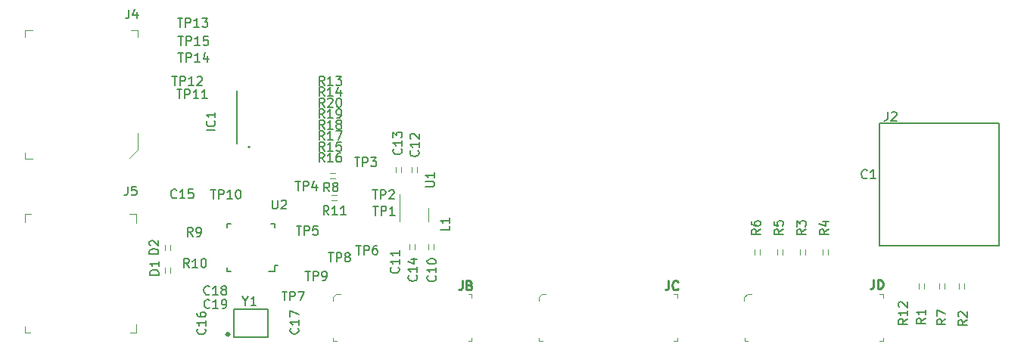
<source format=gbr>
G04 #@! TF.GenerationSoftware,KiCad,Pcbnew,5.1.5+dfsg1-2~bpo10+1*
G04 #@! TF.CreationDate,2020-02-13T18:12:40+01:00*
G04 #@! TF.ProjectId,arty-a7-expansion,61727479-2d61-4372-9d65-7870616e7369,rev?*
G04 #@! TF.SameCoordinates,Original*
G04 #@! TF.FileFunction,Legend,Top*
G04 #@! TF.FilePolarity,Positive*
%FSLAX46Y46*%
G04 Gerber Fmt 4.6, Leading zero omitted, Abs format (unit mm)*
G04 Created by KiCad (PCBNEW 5.1.5+dfsg1-2~bpo10+1) date 2020-02-13 18:12:40*
%MOMM*%
%LPD*%
G04 APERTURE LIST*
%ADD10C,0.250000*%
%ADD11C,0.100000*%
%ADD12C,0.150000*%
%ADD13C,0.200000*%
%ADD14C,0.120000*%
%ADD15C,0.400000*%
G04 APERTURE END LIST*
D10*
X186714098Y-115201089D02*
X186714098Y-115915375D01*
X186666479Y-116058232D01*
X186571241Y-116153470D01*
X186428383Y-116201089D01*
X186333145Y-116201089D01*
X187190288Y-116201089D02*
X187190288Y-115201089D01*
X187428383Y-115201089D01*
X187571241Y-115248709D01*
X187666479Y-115343947D01*
X187714098Y-115439185D01*
X187761717Y-115629661D01*
X187761717Y-115772518D01*
X187714098Y-115962994D01*
X187666479Y-116058232D01*
X187571241Y-116153470D01*
X187428383Y-116201089D01*
X187190288Y-116201089D01*
X163754098Y-115311089D02*
X163754098Y-116025375D01*
X163706479Y-116168232D01*
X163611241Y-116263470D01*
X163468383Y-116311089D01*
X163373145Y-116311089D01*
X164801717Y-116215851D02*
X164754098Y-116263470D01*
X164611241Y-116311089D01*
X164516002Y-116311089D01*
X164373145Y-116263470D01*
X164277907Y-116168232D01*
X164230288Y-116072994D01*
X164182669Y-115882518D01*
X164182669Y-115739661D01*
X164230288Y-115549185D01*
X164277907Y-115453947D01*
X164373145Y-115358709D01*
X164516002Y-115311089D01*
X164611241Y-115311089D01*
X164754098Y-115358709D01*
X164801717Y-115406328D01*
X140684098Y-115311089D02*
X140684098Y-116025375D01*
X140636479Y-116168232D01*
X140541241Y-116263470D01*
X140398383Y-116311089D01*
X140303145Y-116311089D01*
X141493621Y-115787280D02*
X141636479Y-115834899D01*
X141684098Y-115882518D01*
X141731717Y-115977756D01*
X141731717Y-116120613D01*
X141684098Y-116215851D01*
X141636479Y-116263470D01*
X141541241Y-116311089D01*
X141160288Y-116311089D01*
X141160288Y-115311089D01*
X141493621Y-115311089D01*
X141588860Y-115358709D01*
X141636479Y-115406328D01*
X141684098Y-115501566D01*
X141684098Y-115596804D01*
X141636479Y-115692042D01*
X141588860Y-115739661D01*
X141493621Y-115787280D01*
X141160288Y-115787280D01*
D11*
X104401241Y-87278709D02*
X104401241Y-87978709D01*
X103651241Y-87278709D02*
X104401241Y-87278709D01*
X104401241Y-100628709D02*
X103451241Y-101578709D01*
X104401241Y-98728709D02*
X104401241Y-100628709D01*
X91801241Y-87278709D02*
X92651241Y-87278709D01*
X91801241Y-87978709D02*
X91801241Y-87278709D01*
X91801241Y-101678709D02*
X91801241Y-100978709D01*
X92651241Y-101678709D02*
X91801241Y-101678709D01*
D12*
X115451241Y-94028709D02*
X115451241Y-99978709D01*
D13*
X116951241Y-100328709D02*
G75*
G03X116951241Y-100328709I-100000J0D01*
G01*
D11*
X149251241Y-122078709D02*
X149251241Y-121678709D01*
X149251241Y-122078709D02*
X149651241Y-122078709D01*
X149241241Y-117138709D02*
X149241241Y-117568709D01*
X149601241Y-116778709D02*
X150051241Y-116778709D01*
X164751241Y-116778709D02*
X164351241Y-116778709D01*
X164751241Y-116778709D02*
X164751241Y-117178709D01*
X164751241Y-122078709D02*
X164751241Y-121678709D01*
X164751241Y-122078709D02*
X164351241Y-122078709D01*
X149601241Y-116778709D02*
X149241241Y-117138709D01*
X172251241Y-122078709D02*
X172251241Y-121678709D01*
X172251241Y-122078709D02*
X172651241Y-122078709D01*
X172241241Y-117138709D02*
X172241241Y-117568709D01*
X172601241Y-116778709D02*
X173051241Y-116778709D01*
X187751241Y-116778709D02*
X187351241Y-116778709D01*
X187751241Y-116778709D02*
X187751241Y-117178709D01*
X187751241Y-122078709D02*
X187751241Y-121678709D01*
X187751241Y-122078709D02*
X187351241Y-122078709D01*
X172601241Y-116778709D02*
X172241241Y-117138709D01*
X126251241Y-122078709D02*
X126251241Y-121678709D01*
X126251241Y-122078709D02*
X126651241Y-122078709D01*
X126241241Y-117138709D02*
X126241241Y-117568709D01*
X126601241Y-116778709D02*
X127051241Y-116778709D01*
X141751241Y-116778709D02*
X141351241Y-116778709D01*
X141751241Y-116778709D02*
X141751241Y-117178709D01*
X141751241Y-122078709D02*
X141751241Y-121678709D01*
X141751241Y-122078709D02*
X141351241Y-122078709D01*
X126601241Y-116778709D02*
X126241241Y-117138709D01*
X104236241Y-121153709D02*
X103511241Y-121153709D01*
X104236241Y-120203709D02*
X104236241Y-121153709D01*
X104236241Y-107803709D02*
X103436241Y-107803709D01*
X104236241Y-108828709D02*
X104236241Y-107803709D01*
X91756241Y-121153709D02*
X91756241Y-120453709D01*
X92406241Y-121153709D02*
X91756241Y-121153709D01*
X91756241Y-107803709D02*
X92431241Y-107803709D01*
X91756241Y-108778709D02*
X91756241Y-107803709D01*
D14*
X135381991Y-111217709D02*
X135381991Y-111817709D01*
X134781991Y-111217709D02*
X134781991Y-111817709D01*
X107438241Y-111281209D02*
X107438241Y-111881209D01*
X108038241Y-111281209D02*
X108038241Y-111881209D01*
X107428000Y-114461500D02*
X107428000Y-113861500D01*
X108028000Y-114461500D02*
X108028000Y-113861500D01*
X137502241Y-111217709D02*
X137502241Y-111817709D01*
X136902241Y-111217709D02*
X136902241Y-111817709D01*
X135053241Y-103178709D02*
X135053241Y-102578709D01*
X135653241Y-103178709D02*
X135653241Y-102578709D01*
X133233241Y-103178709D02*
X133233241Y-102578709D01*
X133833241Y-103178709D02*
X133833241Y-102578709D01*
X125911241Y-103280209D02*
X126511241Y-103280209D01*
X125911241Y-103880209D02*
X126511241Y-103880209D01*
X126628241Y-106319209D02*
X126028241Y-106319209D01*
X126628241Y-105719209D02*
X126028241Y-105719209D01*
D15*
X114563741Y-121308709D02*
G75*
G03X114563741Y-121308709I-100000J0D01*
G01*
D12*
X118963741Y-121608709D02*
X115163741Y-121608709D01*
X118963741Y-118508709D02*
X118963741Y-121608709D01*
X115163741Y-118508709D02*
X118963741Y-118508709D01*
X115163741Y-121608709D02*
X115163741Y-118508709D01*
X114391241Y-108918709D02*
X114391241Y-109318709D01*
X114791241Y-108918709D02*
X114391241Y-108918709D01*
X119691241Y-108918709D02*
X119691241Y-109318709D01*
X119291241Y-108918709D02*
X119691241Y-108918709D01*
X114391241Y-114218709D02*
X114391241Y-113818709D01*
X114791241Y-114218709D02*
X114391241Y-114218709D01*
X119691241Y-113568709D02*
X120091241Y-113568709D01*
X119691241Y-114218709D02*
X119691241Y-113568709D01*
X119041241Y-114218709D02*
X119691241Y-114218709D01*
D14*
X133693241Y-105648709D02*
X133693241Y-108648709D01*
X136913241Y-107148709D02*
X136913241Y-108648709D01*
X194624575Y-115582012D02*
X194624575Y-116182012D01*
X194024575Y-115582012D02*
X194024575Y-116182012D01*
X173961031Y-111778709D02*
X173961031Y-112378709D01*
X173361031Y-111778709D02*
X173361031Y-112378709D01*
X176497769Y-111778709D02*
X176497769Y-112378709D01*
X175897769Y-111778709D02*
X175897769Y-112378709D01*
X181571241Y-111778709D02*
X181571241Y-112378709D01*
X180971241Y-111778709D02*
X180971241Y-112378709D01*
X179034505Y-111778709D02*
X179034505Y-112378709D01*
X178434505Y-111778709D02*
X178434505Y-112378709D01*
X196871241Y-115582012D02*
X196871241Y-116182012D01*
X196271241Y-115582012D02*
X196271241Y-116182012D01*
X192377909Y-115582012D02*
X192377909Y-116182012D01*
X191777909Y-115582012D02*
X191777909Y-116182012D01*
D12*
X187371241Y-111403709D02*
X200731241Y-111403709D01*
X187371241Y-97663709D02*
X187371241Y-111403709D01*
X200731241Y-97663709D02*
X187371241Y-97663709D01*
X200731241Y-111403709D02*
X200731241Y-97663709D01*
X103397907Y-84921089D02*
X103397907Y-85635375D01*
X103350288Y-85778232D01*
X103255050Y-85873470D01*
X103112193Y-85921089D01*
X103016955Y-85921089D01*
X104302669Y-85254423D02*
X104302669Y-85921089D01*
X104064574Y-84873470D02*
X103826479Y-85587756D01*
X104445526Y-85587756D01*
X113053621Y-98454899D02*
X112053621Y-98454899D01*
X112958383Y-97407280D02*
X113006002Y-97454899D01*
X113053621Y-97597756D01*
X113053621Y-97692994D01*
X113006002Y-97835851D01*
X112910764Y-97931089D01*
X112815526Y-97978709D01*
X112625050Y-98026328D01*
X112482193Y-98026328D01*
X112291717Y-97978709D01*
X112196479Y-97931089D01*
X112101241Y-97835851D01*
X112053621Y-97692994D01*
X112053621Y-97597756D01*
X112101241Y-97454899D01*
X112148860Y-97407280D01*
X113053621Y-96454899D02*
X113053621Y-97026328D01*
X113053621Y-96740613D02*
X112053621Y-96740613D01*
X112196479Y-96835851D01*
X112291717Y-96931089D01*
X112339336Y-97026328D01*
X125263384Y-97086802D02*
X124930051Y-96610612D01*
X124691956Y-97086802D02*
X124691956Y-96086802D01*
X125072908Y-96086802D01*
X125168146Y-96134422D01*
X125215765Y-96182041D01*
X125263384Y-96277279D01*
X125263384Y-96420136D01*
X125215765Y-96515374D01*
X125168146Y-96562993D01*
X125072908Y-96610612D01*
X124691956Y-96610612D01*
X126215765Y-97086802D02*
X125644337Y-97086802D01*
X125930051Y-97086802D02*
X125930051Y-96086802D01*
X125834813Y-96229660D01*
X125739575Y-96324898D01*
X125644337Y-96372517D01*
X126691956Y-97086802D02*
X126882432Y-97086802D01*
X126977670Y-97039183D01*
X127025289Y-96991564D01*
X127120527Y-96848707D01*
X127168146Y-96658231D01*
X127168146Y-96277279D01*
X127120527Y-96182041D01*
X127072908Y-96134422D01*
X126977670Y-96086802D01*
X126787194Y-96086802D01*
X126691956Y-96134422D01*
X126644337Y-96182041D01*
X126596718Y-96277279D01*
X126596718Y-96515374D01*
X126644337Y-96610612D01*
X126691956Y-96658231D01*
X126787194Y-96705850D01*
X126977670Y-96705850D01*
X127072908Y-96658231D01*
X127120527Y-96610612D01*
X127168146Y-96515374D01*
X125263384Y-93401089D02*
X124930051Y-92924899D01*
X124691956Y-93401089D02*
X124691956Y-92401089D01*
X125072908Y-92401089D01*
X125168146Y-92448709D01*
X125215765Y-92496328D01*
X125263384Y-92591566D01*
X125263384Y-92734423D01*
X125215765Y-92829661D01*
X125168146Y-92877280D01*
X125072908Y-92924899D01*
X124691956Y-92924899D01*
X126215765Y-93401089D02*
X125644337Y-93401089D01*
X125930051Y-93401089D02*
X125930051Y-92401089D01*
X125834813Y-92543947D01*
X125739575Y-92639185D01*
X125644337Y-92686804D01*
X126549099Y-92401089D02*
X127168146Y-92401089D01*
X126834813Y-92782042D01*
X126977670Y-92782042D01*
X127072908Y-92829661D01*
X127120527Y-92877280D01*
X127168146Y-92972518D01*
X127168146Y-93210613D01*
X127120527Y-93305851D01*
X127072908Y-93353470D01*
X126977670Y-93401089D01*
X126691956Y-93401089D01*
X126596718Y-93353470D01*
X126549099Y-93305851D01*
X125263384Y-100772515D02*
X124930051Y-100296325D01*
X124691956Y-100772515D02*
X124691956Y-99772515D01*
X125072908Y-99772515D01*
X125168146Y-99820135D01*
X125215765Y-99867754D01*
X125263384Y-99962992D01*
X125263384Y-100105849D01*
X125215765Y-100201087D01*
X125168146Y-100248706D01*
X125072908Y-100296325D01*
X124691956Y-100296325D01*
X126215765Y-100772515D02*
X125644337Y-100772515D01*
X125930051Y-100772515D02*
X125930051Y-99772515D01*
X125834813Y-99915373D01*
X125739575Y-100010611D01*
X125644337Y-100058230D01*
X127120527Y-99772515D02*
X126644337Y-99772515D01*
X126596718Y-100248706D01*
X126644337Y-100201087D01*
X126739575Y-100153468D01*
X126977670Y-100153468D01*
X127072908Y-100201087D01*
X127120527Y-100248706D01*
X127168146Y-100343944D01*
X127168146Y-100582039D01*
X127120527Y-100677277D01*
X127072908Y-100724896D01*
X126977670Y-100772515D01*
X126739575Y-100772515D01*
X126644337Y-100724896D01*
X126596718Y-100677277D01*
X125263384Y-102001089D02*
X124930051Y-101524899D01*
X124691956Y-102001089D02*
X124691956Y-101001089D01*
X125072908Y-101001089D01*
X125168146Y-101048709D01*
X125215765Y-101096328D01*
X125263384Y-101191566D01*
X125263384Y-101334423D01*
X125215765Y-101429661D01*
X125168146Y-101477280D01*
X125072908Y-101524899D01*
X124691956Y-101524899D01*
X126215765Y-102001089D02*
X125644337Y-102001089D01*
X125930051Y-102001089D02*
X125930051Y-101001089D01*
X125834813Y-101143947D01*
X125739575Y-101239185D01*
X125644337Y-101286804D01*
X127072908Y-101001089D02*
X126882432Y-101001089D01*
X126787194Y-101048709D01*
X126739575Y-101096328D01*
X126644337Y-101239185D01*
X126596718Y-101429661D01*
X126596718Y-101810613D01*
X126644337Y-101905851D01*
X126691956Y-101953470D01*
X126787194Y-102001089D01*
X126977670Y-102001089D01*
X127072908Y-101953470D01*
X127120527Y-101905851D01*
X127168146Y-101810613D01*
X127168146Y-101572518D01*
X127120527Y-101477280D01*
X127072908Y-101429661D01*
X126977670Y-101382042D01*
X126787194Y-101382042D01*
X126691956Y-101429661D01*
X126644337Y-101477280D01*
X126596718Y-101572518D01*
X125263384Y-99543944D02*
X124930051Y-99067754D01*
X124691956Y-99543944D02*
X124691956Y-98543944D01*
X125072908Y-98543944D01*
X125168146Y-98591564D01*
X125215765Y-98639183D01*
X125263384Y-98734421D01*
X125263384Y-98877278D01*
X125215765Y-98972516D01*
X125168146Y-99020135D01*
X125072908Y-99067754D01*
X124691956Y-99067754D01*
X126215765Y-99543944D02*
X125644337Y-99543944D01*
X125930051Y-99543944D02*
X125930051Y-98543944D01*
X125834813Y-98686802D01*
X125739575Y-98782040D01*
X125644337Y-98829659D01*
X126549099Y-98543944D02*
X127215765Y-98543944D01*
X126787194Y-99543944D01*
X125263384Y-95858231D02*
X124930051Y-95382041D01*
X124691956Y-95858231D02*
X124691956Y-94858231D01*
X125072908Y-94858231D01*
X125168146Y-94905851D01*
X125215765Y-94953470D01*
X125263384Y-95048708D01*
X125263384Y-95191565D01*
X125215765Y-95286803D01*
X125168146Y-95334422D01*
X125072908Y-95382041D01*
X124691956Y-95382041D01*
X125644337Y-94953470D02*
X125691956Y-94905851D01*
X125787194Y-94858231D01*
X126025289Y-94858231D01*
X126120527Y-94905851D01*
X126168146Y-94953470D01*
X126215765Y-95048708D01*
X126215765Y-95143946D01*
X126168146Y-95286803D01*
X125596718Y-95858231D01*
X126215765Y-95858231D01*
X126834813Y-94858231D02*
X126930051Y-94858231D01*
X127025289Y-94905851D01*
X127072908Y-94953470D01*
X127120527Y-95048708D01*
X127168146Y-95239184D01*
X127168146Y-95477279D01*
X127120527Y-95667755D01*
X127072908Y-95762993D01*
X127025289Y-95810612D01*
X126930051Y-95858231D01*
X126834813Y-95858231D01*
X126739575Y-95810612D01*
X126691956Y-95762993D01*
X126644337Y-95667755D01*
X126596718Y-95477279D01*
X126596718Y-95239184D01*
X126644337Y-95048708D01*
X126691956Y-94953470D01*
X126739575Y-94905851D01*
X126834813Y-94858231D01*
X125263384Y-98315373D02*
X124930051Y-97839183D01*
X124691956Y-98315373D02*
X124691956Y-97315373D01*
X125072908Y-97315373D01*
X125168146Y-97362993D01*
X125215765Y-97410612D01*
X125263384Y-97505850D01*
X125263384Y-97648707D01*
X125215765Y-97743945D01*
X125168146Y-97791564D01*
X125072908Y-97839183D01*
X124691956Y-97839183D01*
X126215765Y-98315373D02*
X125644337Y-98315373D01*
X125930051Y-98315373D02*
X125930051Y-97315373D01*
X125834813Y-97458231D01*
X125739575Y-97553469D01*
X125644337Y-97601088D01*
X126787194Y-97743945D02*
X126691956Y-97696326D01*
X126644337Y-97648707D01*
X126596718Y-97553469D01*
X126596718Y-97505850D01*
X126644337Y-97410612D01*
X126691956Y-97362993D01*
X126787194Y-97315373D01*
X126977670Y-97315373D01*
X127072908Y-97362993D01*
X127120527Y-97410612D01*
X127168146Y-97505850D01*
X127168146Y-97553469D01*
X127120527Y-97648707D01*
X127072908Y-97696326D01*
X126977670Y-97743945D01*
X126787194Y-97743945D01*
X126691956Y-97791564D01*
X126644337Y-97839183D01*
X126596718Y-97934421D01*
X126596718Y-98124897D01*
X126644337Y-98220135D01*
X126691956Y-98267754D01*
X126787194Y-98315373D01*
X126977670Y-98315373D01*
X127072908Y-98267754D01*
X127120527Y-98220135D01*
X127168146Y-98124897D01*
X127168146Y-97934421D01*
X127120527Y-97839183D01*
X127072908Y-97791564D01*
X126977670Y-97743945D01*
X125263384Y-94629660D02*
X124930051Y-94153470D01*
X124691956Y-94629660D02*
X124691956Y-93629660D01*
X125072908Y-93629660D01*
X125168146Y-93677280D01*
X125215765Y-93724899D01*
X125263384Y-93820137D01*
X125263384Y-93962994D01*
X125215765Y-94058232D01*
X125168146Y-94105851D01*
X125072908Y-94153470D01*
X124691956Y-94153470D01*
X126215765Y-94629660D02*
X125644337Y-94629660D01*
X125930051Y-94629660D02*
X125930051Y-93629660D01*
X125834813Y-93772518D01*
X125739575Y-93867756D01*
X125644337Y-93915375D01*
X127072908Y-93962994D02*
X127072908Y-94629660D01*
X126834813Y-93582041D02*
X126596718Y-94296327D01*
X127215765Y-94296327D01*
X108763145Y-93881889D02*
X109334574Y-93881889D01*
X109048860Y-94881889D02*
X109048860Y-93881889D01*
X109667907Y-94881889D02*
X109667907Y-93881889D01*
X110048860Y-93881889D01*
X110144098Y-93929509D01*
X110191717Y-93977128D01*
X110239336Y-94072366D01*
X110239336Y-94215223D01*
X110191717Y-94310461D01*
X110144098Y-94358080D01*
X110048860Y-94405699D01*
X109667907Y-94405699D01*
X111191717Y-94881889D02*
X110620288Y-94881889D01*
X110906002Y-94881889D02*
X110906002Y-93881889D01*
X110810764Y-94024747D01*
X110715526Y-94119985D01*
X110620288Y-94167604D01*
X112144098Y-94881889D02*
X111572669Y-94881889D01*
X111858383Y-94881889D02*
X111858383Y-93881889D01*
X111763145Y-94024747D01*
X111667907Y-94119985D01*
X111572669Y-94167604D01*
X108233145Y-92411089D02*
X108804574Y-92411089D01*
X108518860Y-93411089D02*
X108518860Y-92411089D01*
X109137907Y-93411089D02*
X109137907Y-92411089D01*
X109518860Y-92411089D01*
X109614098Y-92458709D01*
X109661717Y-92506328D01*
X109709336Y-92601566D01*
X109709336Y-92744423D01*
X109661717Y-92839661D01*
X109614098Y-92887280D01*
X109518860Y-92934899D01*
X109137907Y-92934899D01*
X110661717Y-93411089D02*
X110090288Y-93411089D01*
X110376002Y-93411089D02*
X110376002Y-92411089D01*
X110280764Y-92553947D01*
X110185526Y-92649185D01*
X110090288Y-92696804D01*
X111042669Y-92506328D02*
X111090288Y-92458709D01*
X111185526Y-92411089D01*
X111423621Y-92411089D01*
X111518860Y-92458709D01*
X111566479Y-92506328D01*
X111614098Y-92601566D01*
X111614098Y-92696804D01*
X111566479Y-92839661D01*
X110995050Y-93411089D01*
X111614098Y-93411089D01*
X108913145Y-89786689D02*
X109484574Y-89786689D01*
X109198860Y-90786689D02*
X109198860Y-89786689D01*
X109817907Y-90786689D02*
X109817907Y-89786689D01*
X110198860Y-89786689D01*
X110294098Y-89834309D01*
X110341717Y-89881928D01*
X110389336Y-89977166D01*
X110389336Y-90120023D01*
X110341717Y-90215261D01*
X110294098Y-90262880D01*
X110198860Y-90310499D01*
X109817907Y-90310499D01*
X111341717Y-90786689D02*
X110770288Y-90786689D01*
X111056002Y-90786689D02*
X111056002Y-89786689D01*
X110960764Y-89929547D01*
X110865526Y-90024785D01*
X110770288Y-90072404D01*
X112198860Y-90120023D02*
X112198860Y-90786689D01*
X111960764Y-89739070D02*
X111722669Y-90453356D01*
X112341717Y-90453356D01*
X108913145Y-87931089D02*
X109484574Y-87931089D01*
X109198860Y-88931089D02*
X109198860Y-87931089D01*
X109817907Y-88931089D02*
X109817907Y-87931089D01*
X110198860Y-87931089D01*
X110294098Y-87978709D01*
X110341717Y-88026328D01*
X110389336Y-88121566D01*
X110389336Y-88264423D01*
X110341717Y-88359661D01*
X110294098Y-88407280D01*
X110198860Y-88454899D01*
X109817907Y-88454899D01*
X111341717Y-88931089D02*
X110770288Y-88931089D01*
X111056002Y-88931089D02*
X111056002Y-87931089D01*
X110960764Y-88073947D01*
X110865526Y-88169185D01*
X110770288Y-88216804D01*
X112246479Y-87931089D02*
X111770288Y-87931089D01*
X111722669Y-88407280D01*
X111770288Y-88359661D01*
X111865526Y-88312042D01*
X112103621Y-88312042D01*
X112198860Y-88359661D01*
X112246479Y-88407280D01*
X112294098Y-88502518D01*
X112294098Y-88740613D01*
X112246479Y-88835851D01*
X112198860Y-88883470D01*
X112103621Y-88931089D01*
X111865526Y-88931089D01*
X111770288Y-88883470D01*
X111722669Y-88835851D01*
X108833145Y-85901889D02*
X109404574Y-85901889D01*
X109118860Y-86901889D02*
X109118860Y-85901889D01*
X109737907Y-86901889D02*
X109737907Y-85901889D01*
X110118860Y-85901889D01*
X110214098Y-85949509D01*
X110261717Y-85997128D01*
X110309336Y-86092366D01*
X110309336Y-86235223D01*
X110261717Y-86330461D01*
X110214098Y-86378080D01*
X110118860Y-86425699D01*
X109737907Y-86425699D01*
X111261717Y-86901889D02*
X110690288Y-86901889D01*
X110976002Y-86901889D02*
X110976002Y-85901889D01*
X110880764Y-86044747D01*
X110785526Y-86139985D01*
X110690288Y-86187604D01*
X111595050Y-85901889D02*
X112214098Y-85901889D01*
X111880764Y-86282842D01*
X112023621Y-86282842D01*
X112118860Y-86330461D01*
X112166479Y-86378080D01*
X112214098Y-86473318D01*
X112214098Y-86711413D01*
X112166479Y-86806651D01*
X112118860Y-86854270D01*
X112023621Y-86901889D01*
X111737907Y-86901889D01*
X111642669Y-86854270D01*
X111595050Y-86806651D01*
X103267907Y-104741089D02*
X103267907Y-105455375D01*
X103220288Y-105598232D01*
X103125050Y-105693470D01*
X102982193Y-105741089D01*
X102886955Y-105741089D01*
X104220288Y-104741089D02*
X103744098Y-104741089D01*
X103696479Y-105217280D01*
X103744098Y-105169661D01*
X103839336Y-105122042D01*
X104077431Y-105122042D01*
X104172669Y-105169661D01*
X104220288Y-105217280D01*
X104267907Y-105312518D01*
X104267907Y-105550613D01*
X104220288Y-105645851D01*
X104172669Y-105693470D01*
X104077431Y-105741089D01*
X103839336Y-105741089D01*
X103744098Y-105693470D01*
X103696479Y-105645851D01*
X135559642Y-114709857D02*
X135607261Y-114757476D01*
X135654880Y-114900333D01*
X135654880Y-114995571D01*
X135607261Y-115138428D01*
X135512023Y-115233666D01*
X135416785Y-115281285D01*
X135226309Y-115328904D01*
X135083452Y-115328904D01*
X134892976Y-115281285D01*
X134797738Y-115233666D01*
X134702500Y-115138428D01*
X134654880Y-114995571D01*
X134654880Y-114900333D01*
X134702500Y-114757476D01*
X134750119Y-114709857D01*
X135654880Y-113757476D02*
X135654880Y-114328904D01*
X135654880Y-114043190D02*
X134654880Y-114043190D01*
X134797738Y-114138428D01*
X134892976Y-114233666D01*
X134940595Y-114328904D01*
X134988214Y-112900333D02*
X135654880Y-112900333D01*
X134607261Y-113138428D02*
X135321547Y-113376523D01*
X135321547Y-112757476D01*
X106694880Y-112305095D02*
X105694880Y-112305095D01*
X105694880Y-112067000D01*
X105742500Y-111924142D01*
X105837738Y-111828904D01*
X105932976Y-111781285D01*
X106123452Y-111733666D01*
X106266309Y-111733666D01*
X106456785Y-111781285D01*
X106552023Y-111828904D01*
X106647261Y-111924142D01*
X106694880Y-112067000D01*
X106694880Y-112305095D01*
X105790119Y-111352714D02*
X105742500Y-111305095D01*
X105694880Y-111209857D01*
X105694880Y-110971761D01*
X105742500Y-110876523D01*
X105790119Y-110828904D01*
X105885357Y-110781285D01*
X105980595Y-110781285D01*
X106123452Y-110828904D01*
X106694880Y-111400333D01*
X106694880Y-110781285D01*
X106730380Y-114649595D02*
X105730380Y-114649595D01*
X105730380Y-114411500D01*
X105778000Y-114268642D01*
X105873238Y-114173404D01*
X105968476Y-114125785D01*
X106158952Y-114078166D01*
X106301809Y-114078166D01*
X106492285Y-114125785D01*
X106587523Y-114173404D01*
X106682761Y-114268642D01*
X106730380Y-114411500D01*
X106730380Y-114649595D01*
X106730380Y-113125785D02*
X106730380Y-113697214D01*
X106730380Y-113411500D02*
X105730380Y-113411500D01*
X105873238Y-113506738D01*
X105968476Y-113601976D01*
X106016095Y-113697214D01*
X139254880Y-109143666D02*
X139254880Y-109619857D01*
X138254880Y-109619857D01*
X139254880Y-108286523D02*
X139254880Y-108857952D01*
X139254880Y-108572238D02*
X138254880Y-108572238D01*
X138397738Y-108667476D01*
X138492976Y-108762714D01*
X138540595Y-108857952D01*
X128800595Y-111369380D02*
X129372023Y-111369380D01*
X129086309Y-112369380D02*
X129086309Y-111369380D01*
X129705357Y-112369380D02*
X129705357Y-111369380D01*
X130086309Y-111369380D01*
X130181547Y-111417000D01*
X130229166Y-111464619D01*
X130276785Y-111559857D01*
X130276785Y-111702714D01*
X130229166Y-111797952D01*
X130181547Y-111845571D01*
X130086309Y-111893190D01*
X129705357Y-111893190D01*
X131133928Y-111369380D02*
X130943452Y-111369380D01*
X130848214Y-111417000D01*
X130800595Y-111464619D01*
X130705357Y-111607476D01*
X130657738Y-111797952D01*
X130657738Y-112178904D01*
X130705357Y-112274142D01*
X130752976Y-112321761D01*
X130848214Y-112369380D01*
X131038690Y-112369380D01*
X131133928Y-112321761D01*
X131181547Y-112274142D01*
X131229166Y-112178904D01*
X131229166Y-111940809D01*
X131181547Y-111845571D01*
X131133928Y-111797952D01*
X131038690Y-111750333D01*
X130848214Y-111750333D01*
X130752976Y-111797952D01*
X130705357Y-111845571D01*
X130657738Y-111940809D01*
X112534404Y-105119380D02*
X113105833Y-105119380D01*
X112820119Y-106119380D02*
X112820119Y-105119380D01*
X113439166Y-106119380D02*
X113439166Y-105119380D01*
X113820119Y-105119380D01*
X113915357Y-105167000D01*
X113962976Y-105214619D01*
X114010595Y-105309857D01*
X114010595Y-105452714D01*
X113962976Y-105547952D01*
X113915357Y-105595571D01*
X113820119Y-105643190D01*
X113439166Y-105643190D01*
X114962976Y-106119380D02*
X114391547Y-106119380D01*
X114677261Y-106119380D02*
X114677261Y-105119380D01*
X114582023Y-105262238D01*
X114486785Y-105357476D01*
X114391547Y-105405095D01*
X115582023Y-105119380D02*
X115677261Y-105119380D01*
X115772500Y-105167000D01*
X115820119Y-105214619D01*
X115867738Y-105309857D01*
X115915357Y-105500333D01*
X115915357Y-105738428D01*
X115867738Y-105928904D01*
X115820119Y-106024142D01*
X115772500Y-106071761D01*
X115677261Y-106119380D01*
X115582023Y-106119380D01*
X115486785Y-106071761D01*
X115439166Y-106024142D01*
X115391547Y-105928904D01*
X115343928Y-105738428D01*
X115343928Y-105500333D01*
X115391547Y-105309857D01*
X115439166Y-105214619D01*
X115486785Y-105167000D01*
X115582023Y-105119380D01*
X123120595Y-114259380D02*
X123692023Y-114259380D01*
X123406309Y-115259380D02*
X123406309Y-114259380D01*
X124025357Y-115259380D02*
X124025357Y-114259380D01*
X124406309Y-114259380D01*
X124501547Y-114307000D01*
X124549166Y-114354619D01*
X124596785Y-114449857D01*
X124596785Y-114592714D01*
X124549166Y-114687952D01*
X124501547Y-114735571D01*
X124406309Y-114783190D01*
X124025357Y-114783190D01*
X125072976Y-115259380D02*
X125263452Y-115259380D01*
X125358690Y-115211761D01*
X125406309Y-115164142D01*
X125501547Y-115021285D01*
X125549166Y-114830809D01*
X125549166Y-114449857D01*
X125501547Y-114354619D01*
X125453928Y-114307000D01*
X125358690Y-114259380D01*
X125168214Y-114259380D01*
X125072976Y-114307000D01*
X125025357Y-114354619D01*
X124977738Y-114449857D01*
X124977738Y-114687952D01*
X125025357Y-114783190D01*
X125072976Y-114830809D01*
X125168214Y-114878428D01*
X125358690Y-114878428D01*
X125453928Y-114830809D01*
X125501547Y-114783190D01*
X125549166Y-114687952D01*
X125710595Y-112179380D02*
X126282023Y-112179380D01*
X125996309Y-113179380D02*
X125996309Y-112179380D01*
X126615357Y-113179380D02*
X126615357Y-112179380D01*
X126996309Y-112179380D01*
X127091547Y-112227000D01*
X127139166Y-112274619D01*
X127186785Y-112369857D01*
X127186785Y-112512714D01*
X127139166Y-112607952D01*
X127091547Y-112655571D01*
X126996309Y-112703190D01*
X126615357Y-112703190D01*
X127758214Y-112607952D02*
X127662976Y-112560333D01*
X127615357Y-112512714D01*
X127567738Y-112417476D01*
X127567738Y-112369857D01*
X127615357Y-112274619D01*
X127662976Y-112227000D01*
X127758214Y-112179380D01*
X127948690Y-112179380D01*
X128043928Y-112227000D01*
X128091547Y-112274619D01*
X128139166Y-112369857D01*
X128139166Y-112417476D01*
X128091547Y-112512714D01*
X128043928Y-112560333D01*
X127948690Y-112607952D01*
X127758214Y-112607952D01*
X127662976Y-112655571D01*
X127615357Y-112703190D01*
X127567738Y-112798428D01*
X127567738Y-112988904D01*
X127615357Y-113084142D01*
X127662976Y-113131761D01*
X127758214Y-113179380D01*
X127948690Y-113179380D01*
X128043928Y-113131761D01*
X128091547Y-113084142D01*
X128139166Y-112988904D01*
X128139166Y-112798428D01*
X128091547Y-112703190D01*
X128043928Y-112655571D01*
X127948690Y-112607952D01*
X120520595Y-116509380D02*
X121092023Y-116509380D01*
X120806309Y-117509380D02*
X120806309Y-116509380D01*
X121425357Y-117509380D02*
X121425357Y-116509380D01*
X121806309Y-116509380D01*
X121901547Y-116557000D01*
X121949166Y-116604619D01*
X121996785Y-116699857D01*
X121996785Y-116842714D01*
X121949166Y-116937952D01*
X121901547Y-116985571D01*
X121806309Y-117033190D01*
X121425357Y-117033190D01*
X122330119Y-116509380D02*
X122996785Y-116509380D01*
X122568214Y-117509380D01*
X122130595Y-109169380D02*
X122702023Y-109169380D01*
X122416309Y-110169380D02*
X122416309Y-109169380D01*
X123035357Y-110169380D02*
X123035357Y-109169380D01*
X123416309Y-109169380D01*
X123511547Y-109217000D01*
X123559166Y-109264619D01*
X123606785Y-109359857D01*
X123606785Y-109502714D01*
X123559166Y-109597952D01*
X123511547Y-109645571D01*
X123416309Y-109693190D01*
X123035357Y-109693190D01*
X124511547Y-109169380D02*
X124035357Y-109169380D01*
X123987738Y-109645571D01*
X124035357Y-109597952D01*
X124130595Y-109550333D01*
X124368690Y-109550333D01*
X124463928Y-109597952D01*
X124511547Y-109645571D01*
X124559166Y-109740809D01*
X124559166Y-109978904D01*
X124511547Y-110074142D01*
X124463928Y-110121761D01*
X124368690Y-110169380D01*
X124130595Y-110169380D01*
X124035357Y-110121761D01*
X123987738Y-110074142D01*
X122030595Y-104159380D02*
X122602023Y-104159380D01*
X122316309Y-105159380D02*
X122316309Y-104159380D01*
X122935357Y-105159380D02*
X122935357Y-104159380D01*
X123316309Y-104159380D01*
X123411547Y-104207000D01*
X123459166Y-104254619D01*
X123506785Y-104349857D01*
X123506785Y-104492714D01*
X123459166Y-104587952D01*
X123411547Y-104635571D01*
X123316309Y-104683190D01*
X122935357Y-104683190D01*
X124363928Y-104492714D02*
X124363928Y-105159380D01*
X124125833Y-104111761D02*
X123887738Y-104826047D01*
X124506785Y-104826047D01*
X108718383Y-105965851D02*
X108670764Y-106013470D01*
X108527907Y-106061089D01*
X108432669Y-106061089D01*
X108289812Y-106013470D01*
X108194574Y-105918232D01*
X108146955Y-105822994D01*
X108099336Y-105632518D01*
X108099336Y-105489661D01*
X108146955Y-105299185D01*
X108194574Y-105203947D01*
X108289812Y-105108709D01*
X108432669Y-105061089D01*
X108527907Y-105061089D01*
X108670764Y-105108709D01*
X108718383Y-105156328D01*
X109670764Y-106061089D02*
X109099336Y-106061089D01*
X109385050Y-106061089D02*
X109385050Y-105061089D01*
X109289812Y-105203947D01*
X109194574Y-105299185D01*
X109099336Y-105346804D01*
X110575526Y-105061089D02*
X110099336Y-105061089D01*
X110051717Y-105537280D01*
X110099336Y-105489661D01*
X110194574Y-105442042D01*
X110432669Y-105442042D01*
X110527907Y-105489661D01*
X110575526Y-105537280D01*
X110623145Y-105632518D01*
X110623145Y-105870613D01*
X110575526Y-105965851D01*
X110527907Y-106013470D01*
X110432669Y-106061089D01*
X110194574Y-106061089D01*
X110099336Y-106013470D01*
X110051717Y-105965851D01*
X111898383Y-120701566D02*
X111946002Y-120749185D01*
X111993621Y-120892042D01*
X111993621Y-120987280D01*
X111946002Y-121130137D01*
X111850764Y-121225375D01*
X111755526Y-121272994D01*
X111565050Y-121320613D01*
X111422193Y-121320613D01*
X111231717Y-121272994D01*
X111136479Y-121225375D01*
X111041241Y-121130137D01*
X110993621Y-120987280D01*
X110993621Y-120892042D01*
X111041241Y-120749185D01*
X111088860Y-120701566D01*
X111993621Y-119749185D02*
X111993621Y-120320613D01*
X111993621Y-120034899D02*
X110993621Y-120034899D01*
X111136479Y-120130137D01*
X111231717Y-120225375D01*
X111279336Y-120320613D01*
X110993621Y-118892042D02*
X110993621Y-119082518D01*
X111041241Y-119177756D01*
X111088860Y-119225375D01*
X111231717Y-119320613D01*
X111422193Y-119368232D01*
X111803145Y-119368232D01*
X111898383Y-119320613D01*
X111946002Y-119272994D01*
X111993621Y-119177756D01*
X111993621Y-118987280D01*
X111946002Y-118892042D01*
X111898383Y-118844423D01*
X111803145Y-118796804D01*
X111565050Y-118796804D01*
X111469812Y-118844423D01*
X111422193Y-118892042D01*
X111374574Y-118987280D01*
X111374574Y-119177756D01*
X111422193Y-119272994D01*
X111469812Y-119320613D01*
X111565050Y-119368232D01*
X122328383Y-120631566D02*
X122376002Y-120679185D01*
X122423621Y-120822042D01*
X122423621Y-120917280D01*
X122376002Y-121060137D01*
X122280764Y-121155375D01*
X122185526Y-121202994D01*
X121995050Y-121250613D01*
X121852193Y-121250613D01*
X121661717Y-121202994D01*
X121566479Y-121155375D01*
X121471241Y-121060137D01*
X121423621Y-120917280D01*
X121423621Y-120822042D01*
X121471241Y-120679185D01*
X121518860Y-120631566D01*
X122423621Y-119679185D02*
X122423621Y-120250613D01*
X122423621Y-119964899D02*
X121423621Y-119964899D01*
X121566479Y-120060137D01*
X121661717Y-120155375D01*
X121709336Y-120250613D01*
X121423621Y-119345851D02*
X121423621Y-118679185D01*
X122423621Y-119107756D01*
X112409642Y-116794142D02*
X112362023Y-116841761D01*
X112219166Y-116889380D01*
X112123928Y-116889380D01*
X111981071Y-116841761D01*
X111885833Y-116746523D01*
X111838214Y-116651285D01*
X111790595Y-116460809D01*
X111790595Y-116317952D01*
X111838214Y-116127476D01*
X111885833Y-116032238D01*
X111981071Y-115937000D01*
X112123928Y-115889380D01*
X112219166Y-115889380D01*
X112362023Y-115937000D01*
X112409642Y-115984619D01*
X113362023Y-116889380D02*
X112790595Y-116889380D01*
X113076309Y-116889380D02*
X113076309Y-115889380D01*
X112981071Y-116032238D01*
X112885833Y-116127476D01*
X112790595Y-116175095D01*
X113933452Y-116317952D02*
X113838214Y-116270333D01*
X113790595Y-116222714D01*
X113742976Y-116127476D01*
X113742976Y-116079857D01*
X113790595Y-115984619D01*
X113838214Y-115937000D01*
X113933452Y-115889380D01*
X114123928Y-115889380D01*
X114219166Y-115937000D01*
X114266785Y-115984619D01*
X114314404Y-116079857D01*
X114314404Y-116127476D01*
X114266785Y-116222714D01*
X114219166Y-116270333D01*
X114123928Y-116317952D01*
X113933452Y-116317952D01*
X113838214Y-116365571D01*
X113790595Y-116413190D01*
X113742976Y-116508428D01*
X113742976Y-116698904D01*
X113790595Y-116794142D01*
X113838214Y-116841761D01*
X113933452Y-116889380D01*
X114123928Y-116889380D01*
X114219166Y-116841761D01*
X114266785Y-116794142D01*
X114314404Y-116698904D01*
X114314404Y-116508428D01*
X114266785Y-116413190D01*
X114219166Y-116365571D01*
X114123928Y-116317952D01*
X112429642Y-118304142D02*
X112382023Y-118351761D01*
X112239166Y-118399380D01*
X112143928Y-118399380D01*
X112001071Y-118351761D01*
X111905833Y-118256523D01*
X111858214Y-118161285D01*
X111810595Y-117970809D01*
X111810595Y-117827952D01*
X111858214Y-117637476D01*
X111905833Y-117542238D01*
X112001071Y-117447000D01*
X112143928Y-117399380D01*
X112239166Y-117399380D01*
X112382023Y-117447000D01*
X112429642Y-117494619D01*
X113382023Y-118399380D02*
X112810595Y-118399380D01*
X113096309Y-118399380D02*
X113096309Y-117399380D01*
X113001071Y-117542238D01*
X112905833Y-117637476D01*
X112810595Y-117685095D01*
X113858214Y-118399380D02*
X114048690Y-118399380D01*
X114143928Y-118351761D01*
X114191547Y-118304142D01*
X114286785Y-118161285D01*
X114334404Y-117970809D01*
X114334404Y-117589857D01*
X114286785Y-117494619D01*
X114239166Y-117447000D01*
X114143928Y-117399380D01*
X113953452Y-117399380D01*
X113858214Y-117447000D01*
X113810595Y-117494619D01*
X113762976Y-117589857D01*
X113762976Y-117827952D01*
X113810595Y-117923190D01*
X113858214Y-117970809D01*
X113953452Y-118018428D01*
X114143928Y-118018428D01*
X114239166Y-117970809D01*
X114286785Y-117923190D01*
X114334404Y-117827952D01*
X133545642Y-113820857D02*
X133593261Y-113868476D01*
X133640880Y-114011333D01*
X133640880Y-114106571D01*
X133593261Y-114249428D01*
X133498023Y-114344666D01*
X133402785Y-114392285D01*
X133212309Y-114439904D01*
X133069452Y-114439904D01*
X132878976Y-114392285D01*
X132783738Y-114344666D01*
X132688500Y-114249428D01*
X132640880Y-114106571D01*
X132640880Y-114011333D01*
X132688500Y-113868476D01*
X132736119Y-113820857D01*
X133640880Y-112868476D02*
X133640880Y-113439904D01*
X133640880Y-113154190D02*
X132640880Y-113154190D01*
X132783738Y-113249428D01*
X132878976Y-113344666D01*
X132926595Y-113439904D01*
X133640880Y-111916095D02*
X133640880Y-112487523D01*
X133640880Y-112201809D02*
X132640880Y-112201809D01*
X132783738Y-112297047D01*
X132878976Y-112392285D01*
X132926595Y-112487523D01*
X110129642Y-113829380D02*
X109796309Y-113353190D01*
X109558214Y-113829380D02*
X109558214Y-112829380D01*
X109939166Y-112829380D01*
X110034404Y-112877000D01*
X110082023Y-112924619D01*
X110129642Y-113019857D01*
X110129642Y-113162714D01*
X110082023Y-113257952D01*
X110034404Y-113305571D01*
X109939166Y-113353190D01*
X109558214Y-113353190D01*
X111082023Y-113829380D02*
X110510595Y-113829380D01*
X110796309Y-113829380D02*
X110796309Y-112829380D01*
X110701071Y-112972238D01*
X110605833Y-113067476D01*
X110510595Y-113115095D01*
X111701071Y-112829380D02*
X111796309Y-112829380D01*
X111891547Y-112877000D01*
X111939166Y-112924619D01*
X111986785Y-113019857D01*
X112034404Y-113210333D01*
X112034404Y-113448428D01*
X111986785Y-113638904D01*
X111939166Y-113734142D01*
X111891547Y-113781761D01*
X111796309Y-113829380D01*
X111701071Y-113829380D01*
X111605833Y-113781761D01*
X111558214Y-113734142D01*
X111510595Y-113638904D01*
X111462976Y-113448428D01*
X111462976Y-113210333D01*
X111510595Y-113019857D01*
X111558214Y-112924619D01*
X111605833Y-112877000D01*
X111701071Y-112829380D01*
X110545833Y-110332380D02*
X110212500Y-109856190D01*
X109974404Y-110332380D02*
X109974404Y-109332380D01*
X110355357Y-109332380D01*
X110450595Y-109380000D01*
X110498214Y-109427619D01*
X110545833Y-109522857D01*
X110545833Y-109665714D01*
X110498214Y-109760952D01*
X110450595Y-109808571D01*
X110355357Y-109856190D01*
X109974404Y-109856190D01*
X111022023Y-110332380D02*
X111212500Y-110332380D01*
X111307738Y-110284761D01*
X111355357Y-110237142D01*
X111450595Y-110094285D01*
X111498214Y-109903809D01*
X111498214Y-109522857D01*
X111450595Y-109427619D01*
X111402976Y-109380000D01*
X111307738Y-109332380D01*
X111117261Y-109332380D01*
X111022023Y-109380000D01*
X110974404Y-109427619D01*
X110926785Y-109522857D01*
X110926785Y-109760952D01*
X110974404Y-109856190D01*
X111022023Y-109903809D01*
X111117261Y-109951428D01*
X111307738Y-109951428D01*
X111402976Y-109903809D01*
X111450595Y-109856190D01*
X111498214Y-109760952D01*
X137669642Y-114759857D02*
X137717261Y-114807476D01*
X137764880Y-114950333D01*
X137764880Y-115045571D01*
X137717261Y-115188428D01*
X137622023Y-115283666D01*
X137526785Y-115331285D01*
X137336309Y-115378904D01*
X137193452Y-115378904D01*
X137002976Y-115331285D01*
X136907738Y-115283666D01*
X136812500Y-115188428D01*
X136764880Y-115045571D01*
X136764880Y-114950333D01*
X136812500Y-114807476D01*
X136860119Y-114759857D01*
X137764880Y-113807476D02*
X137764880Y-114378904D01*
X137764880Y-114093190D02*
X136764880Y-114093190D01*
X136907738Y-114188428D01*
X137002976Y-114283666D01*
X137050595Y-114378904D01*
X136764880Y-113188428D02*
X136764880Y-113093190D01*
X136812500Y-112997952D01*
X136860119Y-112950333D01*
X136955357Y-112902714D01*
X137145833Y-112855095D01*
X137383928Y-112855095D01*
X137574404Y-112902714D01*
X137669642Y-112950333D01*
X137717261Y-112997952D01*
X137764880Y-113093190D01*
X137764880Y-113188428D01*
X137717261Y-113283666D01*
X137669642Y-113331285D01*
X137574404Y-113378904D01*
X137383928Y-113426523D01*
X137145833Y-113426523D01*
X136955357Y-113378904D01*
X136860119Y-113331285D01*
X136812500Y-113283666D01*
X136764880Y-113188428D01*
X135749642Y-100739857D02*
X135797261Y-100787476D01*
X135844880Y-100930333D01*
X135844880Y-101025571D01*
X135797261Y-101168428D01*
X135702023Y-101263666D01*
X135606785Y-101311285D01*
X135416309Y-101358904D01*
X135273452Y-101358904D01*
X135082976Y-101311285D01*
X134987738Y-101263666D01*
X134892500Y-101168428D01*
X134844880Y-101025571D01*
X134844880Y-100930333D01*
X134892500Y-100787476D01*
X134940119Y-100739857D01*
X135844880Y-99787476D02*
X135844880Y-100358904D01*
X135844880Y-100073190D02*
X134844880Y-100073190D01*
X134987738Y-100168428D01*
X135082976Y-100263666D01*
X135130595Y-100358904D01*
X134940119Y-99406523D02*
X134892500Y-99358904D01*
X134844880Y-99263666D01*
X134844880Y-99025571D01*
X134892500Y-98930333D01*
X134940119Y-98882714D01*
X135035357Y-98835095D01*
X135130595Y-98835095D01*
X135273452Y-98882714D01*
X135844880Y-99454142D01*
X135844880Y-98835095D01*
X133849642Y-100549857D02*
X133897261Y-100597476D01*
X133944880Y-100740333D01*
X133944880Y-100835571D01*
X133897261Y-100978428D01*
X133802023Y-101073666D01*
X133706785Y-101121285D01*
X133516309Y-101168904D01*
X133373452Y-101168904D01*
X133182976Y-101121285D01*
X133087738Y-101073666D01*
X132992500Y-100978428D01*
X132944880Y-100835571D01*
X132944880Y-100740333D01*
X132992500Y-100597476D01*
X133040119Y-100549857D01*
X133944880Y-99597476D02*
X133944880Y-100168904D01*
X133944880Y-99883190D02*
X132944880Y-99883190D01*
X133087738Y-99978428D01*
X133182976Y-100073666D01*
X133230595Y-100168904D01*
X132944880Y-99264142D02*
X132944880Y-98645095D01*
X133325833Y-98978428D01*
X133325833Y-98835571D01*
X133373452Y-98740333D01*
X133421071Y-98692714D01*
X133516309Y-98645095D01*
X133754404Y-98645095D01*
X133849642Y-98692714D01*
X133897261Y-98740333D01*
X133944880Y-98835571D01*
X133944880Y-99121285D01*
X133897261Y-99216523D01*
X133849642Y-99264142D01*
X125824574Y-105311089D02*
X125491241Y-104834899D01*
X125253145Y-105311089D02*
X125253145Y-104311089D01*
X125634098Y-104311089D01*
X125729336Y-104358709D01*
X125776955Y-104406328D01*
X125824574Y-104501566D01*
X125824574Y-104644423D01*
X125776955Y-104739661D01*
X125729336Y-104787280D01*
X125634098Y-104834899D01*
X125253145Y-104834899D01*
X126396002Y-104739661D02*
X126300764Y-104692042D01*
X126253145Y-104644423D01*
X126205526Y-104549185D01*
X126205526Y-104501566D01*
X126253145Y-104406328D01*
X126300764Y-104358709D01*
X126396002Y-104311089D01*
X126586479Y-104311089D01*
X126681717Y-104358709D01*
X126729336Y-104406328D01*
X126776955Y-104501566D01*
X126776955Y-104549185D01*
X126729336Y-104644423D01*
X126681717Y-104692042D01*
X126586479Y-104739661D01*
X126396002Y-104739661D01*
X126300764Y-104787280D01*
X126253145Y-104834899D01*
X126205526Y-104930137D01*
X126205526Y-105120613D01*
X126253145Y-105215851D01*
X126300764Y-105263470D01*
X126396002Y-105311089D01*
X126586479Y-105311089D01*
X126681717Y-105263470D01*
X126729336Y-105215851D01*
X126776955Y-105120613D01*
X126776955Y-104930137D01*
X126729336Y-104834899D01*
X126681717Y-104787280D01*
X126586479Y-104739661D01*
X125759642Y-107919380D02*
X125426309Y-107443190D01*
X125188214Y-107919380D02*
X125188214Y-106919380D01*
X125569166Y-106919380D01*
X125664404Y-106967000D01*
X125712023Y-107014619D01*
X125759642Y-107109857D01*
X125759642Y-107252714D01*
X125712023Y-107347952D01*
X125664404Y-107395571D01*
X125569166Y-107443190D01*
X125188214Y-107443190D01*
X126712023Y-107919380D02*
X126140595Y-107919380D01*
X126426309Y-107919380D02*
X126426309Y-106919380D01*
X126331071Y-107062238D01*
X126235833Y-107157476D01*
X126140595Y-107205095D01*
X127664404Y-107919380D02*
X127092976Y-107919380D01*
X127378690Y-107919380D02*
X127378690Y-106919380D01*
X127283452Y-107062238D01*
X127188214Y-107157476D01*
X127092976Y-107205095D01*
X116437550Y-117584899D02*
X116437550Y-118061089D01*
X116104217Y-117061089D02*
X116437550Y-117584899D01*
X116770883Y-117061089D01*
X117628026Y-118061089D02*
X117056598Y-118061089D01*
X117342312Y-118061089D02*
X117342312Y-117061089D01*
X117247074Y-117203947D01*
X117151836Y-117299185D01*
X117056598Y-117346804D01*
X119440595Y-106259380D02*
X119440595Y-107068904D01*
X119488214Y-107164142D01*
X119535833Y-107211761D01*
X119631071Y-107259380D01*
X119821547Y-107259380D01*
X119916785Y-107211761D01*
X119964404Y-107164142D01*
X120012023Y-107068904D01*
X120012023Y-106259380D01*
X120440595Y-106354619D02*
X120488214Y-106307000D01*
X120583452Y-106259380D01*
X120821547Y-106259380D01*
X120916785Y-106307000D01*
X120964404Y-106354619D01*
X121012023Y-106449857D01*
X121012023Y-106545095D01*
X120964404Y-106687952D01*
X120392976Y-107259380D01*
X121012023Y-107259380D01*
X130720595Y-106969380D02*
X131292023Y-106969380D01*
X131006309Y-107969380D02*
X131006309Y-106969380D01*
X131625357Y-107969380D02*
X131625357Y-106969380D01*
X132006309Y-106969380D01*
X132101547Y-107017000D01*
X132149166Y-107064619D01*
X132196785Y-107159857D01*
X132196785Y-107302714D01*
X132149166Y-107397952D01*
X132101547Y-107445571D01*
X132006309Y-107493190D01*
X131625357Y-107493190D01*
X133149166Y-107969380D02*
X132577738Y-107969380D01*
X132863452Y-107969380D02*
X132863452Y-106969380D01*
X132768214Y-107112238D01*
X132672976Y-107207476D01*
X132577738Y-107255095D01*
X130660595Y-105149380D02*
X131232023Y-105149380D01*
X130946309Y-106149380D02*
X130946309Y-105149380D01*
X131565357Y-106149380D02*
X131565357Y-105149380D01*
X131946309Y-105149380D01*
X132041547Y-105197000D01*
X132089166Y-105244619D01*
X132136785Y-105339857D01*
X132136785Y-105482714D01*
X132089166Y-105577952D01*
X132041547Y-105625571D01*
X131946309Y-105673190D01*
X131565357Y-105673190D01*
X132517738Y-105244619D02*
X132565357Y-105197000D01*
X132660595Y-105149380D01*
X132898690Y-105149380D01*
X132993928Y-105197000D01*
X133041547Y-105244619D01*
X133089166Y-105339857D01*
X133089166Y-105435095D01*
X133041547Y-105577952D01*
X132470119Y-106149380D01*
X133089166Y-106149380D01*
X128660595Y-101499380D02*
X129232023Y-101499380D01*
X128946309Y-102499380D02*
X128946309Y-101499380D01*
X129565357Y-102499380D02*
X129565357Y-101499380D01*
X129946309Y-101499380D01*
X130041547Y-101547000D01*
X130089166Y-101594619D01*
X130136785Y-101689857D01*
X130136785Y-101832714D01*
X130089166Y-101927952D01*
X130041547Y-101975571D01*
X129946309Y-102023190D01*
X129565357Y-102023190D01*
X130470119Y-101499380D02*
X131089166Y-101499380D01*
X130755833Y-101880333D01*
X130898690Y-101880333D01*
X130993928Y-101927952D01*
X131041547Y-101975571D01*
X131089166Y-102070809D01*
X131089166Y-102308904D01*
X131041547Y-102404142D01*
X130993928Y-102451761D01*
X130898690Y-102499380D01*
X130612976Y-102499380D01*
X130517738Y-102451761D01*
X130470119Y-102404142D01*
X136574880Y-104758904D02*
X137384404Y-104758904D01*
X137479642Y-104711285D01*
X137527261Y-104663666D01*
X137574880Y-104568428D01*
X137574880Y-104377952D01*
X137527261Y-104282714D01*
X137479642Y-104235095D01*
X137384404Y-104187476D01*
X136574880Y-104187476D01*
X137574880Y-103187476D02*
X137574880Y-103758904D01*
X137574880Y-103473190D02*
X136574880Y-103473190D01*
X136717738Y-103568428D01*
X136812976Y-103663666D01*
X136860595Y-103758904D01*
X185975833Y-103764142D02*
X185928214Y-103811761D01*
X185785357Y-103859380D01*
X185690119Y-103859380D01*
X185547261Y-103811761D01*
X185452023Y-103716523D01*
X185404404Y-103621285D01*
X185356785Y-103430809D01*
X185356785Y-103287952D01*
X185404404Y-103097476D01*
X185452023Y-103002238D01*
X185547261Y-102907000D01*
X185690119Y-102859380D01*
X185785357Y-102859380D01*
X185928214Y-102907000D01*
X185975833Y-102954619D01*
X186928214Y-103859380D02*
X186356785Y-103859380D01*
X186642500Y-103859380D02*
X186642500Y-102859380D01*
X186547261Y-103002238D01*
X186452023Y-103097476D01*
X186356785Y-103145095D01*
X190474880Y-119579857D02*
X189998690Y-119913190D01*
X190474880Y-120151285D02*
X189474880Y-120151285D01*
X189474880Y-119770333D01*
X189522500Y-119675095D01*
X189570119Y-119627476D01*
X189665357Y-119579857D01*
X189808214Y-119579857D01*
X189903452Y-119627476D01*
X189951071Y-119675095D01*
X189998690Y-119770333D01*
X189998690Y-120151285D01*
X190474880Y-118627476D02*
X190474880Y-119198904D01*
X190474880Y-118913190D02*
X189474880Y-118913190D01*
X189617738Y-119008428D01*
X189712976Y-119103666D01*
X189760595Y-119198904D01*
X189570119Y-118246523D02*
X189522500Y-118198904D01*
X189474880Y-118103666D01*
X189474880Y-117865571D01*
X189522500Y-117770333D01*
X189570119Y-117722714D01*
X189665357Y-117675095D01*
X189760595Y-117675095D01*
X189903452Y-117722714D01*
X190474880Y-118294142D01*
X190474880Y-117675095D01*
X194764880Y-119593666D02*
X194288690Y-119927000D01*
X194764880Y-120165095D02*
X193764880Y-120165095D01*
X193764880Y-119784142D01*
X193812500Y-119688904D01*
X193860119Y-119641285D01*
X193955357Y-119593666D01*
X194098214Y-119593666D01*
X194193452Y-119641285D01*
X194241071Y-119688904D01*
X194288690Y-119784142D01*
X194288690Y-120165095D01*
X193764880Y-119260333D02*
X193764880Y-118593666D01*
X194764880Y-119022238D01*
X174043411Y-109555375D02*
X173567221Y-109888709D01*
X174043411Y-110126804D02*
X173043411Y-110126804D01*
X173043411Y-109745851D01*
X173091031Y-109650613D01*
X173138650Y-109602994D01*
X173233888Y-109555375D01*
X173376745Y-109555375D01*
X173471983Y-109602994D01*
X173519602Y-109650613D01*
X173567221Y-109745851D01*
X173567221Y-110126804D01*
X173043411Y-108698232D02*
X173043411Y-108888709D01*
X173091031Y-108983947D01*
X173138650Y-109031566D01*
X173281507Y-109126804D01*
X173471983Y-109174423D01*
X173852935Y-109174423D01*
X173948173Y-109126804D01*
X173995792Y-109079185D01*
X174043411Y-108983947D01*
X174043411Y-108793470D01*
X173995792Y-108698232D01*
X173948173Y-108650613D01*
X173852935Y-108602994D01*
X173614840Y-108602994D01*
X173519602Y-108650613D01*
X173471983Y-108698232D01*
X173424364Y-108793470D01*
X173424364Y-108983947D01*
X173471983Y-109079185D01*
X173519602Y-109126804D01*
X173614840Y-109174423D01*
X176580149Y-109555375D02*
X176103959Y-109888709D01*
X176580149Y-110126804D02*
X175580149Y-110126804D01*
X175580149Y-109745851D01*
X175627769Y-109650613D01*
X175675388Y-109602994D01*
X175770626Y-109555375D01*
X175913483Y-109555375D01*
X176008721Y-109602994D01*
X176056340Y-109650613D01*
X176103959Y-109745851D01*
X176103959Y-110126804D01*
X175580149Y-108650613D02*
X175580149Y-109126804D01*
X176056340Y-109174423D01*
X176008721Y-109126804D01*
X175961102Y-109031566D01*
X175961102Y-108793470D01*
X176008721Y-108698232D01*
X176056340Y-108650613D01*
X176151578Y-108602994D01*
X176389673Y-108602994D01*
X176484911Y-108650613D01*
X176532530Y-108698232D01*
X176580149Y-108793470D01*
X176580149Y-109031566D01*
X176532530Y-109126804D01*
X176484911Y-109174423D01*
X181653621Y-109555375D02*
X181177431Y-109888709D01*
X181653621Y-110126804D02*
X180653621Y-110126804D01*
X180653621Y-109745851D01*
X180701241Y-109650613D01*
X180748860Y-109602994D01*
X180844098Y-109555375D01*
X180986955Y-109555375D01*
X181082193Y-109602994D01*
X181129812Y-109650613D01*
X181177431Y-109745851D01*
X181177431Y-110126804D01*
X180986955Y-108698232D02*
X181653621Y-108698232D01*
X180606002Y-108936328D02*
X181320288Y-109174423D01*
X181320288Y-108555375D01*
X179116885Y-109555375D02*
X178640695Y-109888709D01*
X179116885Y-110126804D02*
X178116885Y-110126804D01*
X178116885Y-109745851D01*
X178164505Y-109650613D01*
X178212124Y-109602994D01*
X178307362Y-109555375D01*
X178450219Y-109555375D01*
X178545457Y-109602994D01*
X178593076Y-109650613D01*
X178640695Y-109745851D01*
X178640695Y-110126804D01*
X178116885Y-109222042D02*
X178116885Y-108602994D01*
X178497838Y-108936328D01*
X178497838Y-108793470D01*
X178545457Y-108698232D01*
X178593076Y-108650613D01*
X178688314Y-108602994D01*
X178926409Y-108602994D01*
X179021647Y-108650613D01*
X179069266Y-108698232D01*
X179116885Y-108793470D01*
X179116885Y-109079185D01*
X179069266Y-109174423D01*
X179021647Y-109222042D01*
X197154880Y-119713666D02*
X196678690Y-120047000D01*
X197154880Y-120285095D02*
X196154880Y-120285095D01*
X196154880Y-119904142D01*
X196202500Y-119808904D01*
X196250119Y-119761285D01*
X196345357Y-119713666D01*
X196488214Y-119713666D01*
X196583452Y-119761285D01*
X196631071Y-119808904D01*
X196678690Y-119904142D01*
X196678690Y-120285095D01*
X196250119Y-119332714D02*
X196202500Y-119285095D01*
X196154880Y-119189857D01*
X196154880Y-118951761D01*
X196202500Y-118856523D01*
X196250119Y-118808904D01*
X196345357Y-118761285D01*
X196440595Y-118761285D01*
X196583452Y-118808904D01*
X197154880Y-119380333D01*
X197154880Y-118761285D01*
X192504880Y-119503666D02*
X192028690Y-119837000D01*
X192504880Y-120075095D02*
X191504880Y-120075095D01*
X191504880Y-119694142D01*
X191552500Y-119598904D01*
X191600119Y-119551285D01*
X191695357Y-119503666D01*
X191838214Y-119503666D01*
X191933452Y-119551285D01*
X191981071Y-119598904D01*
X192028690Y-119694142D01*
X192028690Y-120075095D01*
X192504880Y-118551285D02*
X192504880Y-119122714D01*
X192504880Y-118837000D02*
X191504880Y-118837000D01*
X191647738Y-118932238D01*
X191742976Y-119027476D01*
X191790595Y-119122714D01*
X188279166Y-96409380D02*
X188279166Y-97123666D01*
X188231547Y-97266523D01*
X188136309Y-97361761D01*
X187993452Y-97409380D01*
X187898214Y-97409380D01*
X188707738Y-96504619D02*
X188755357Y-96457000D01*
X188850595Y-96409380D01*
X189088690Y-96409380D01*
X189183928Y-96457000D01*
X189231547Y-96504619D01*
X189279166Y-96599857D01*
X189279166Y-96695095D01*
X189231547Y-96837952D01*
X188660119Y-97409380D01*
X189279166Y-97409380D01*
M02*

</source>
